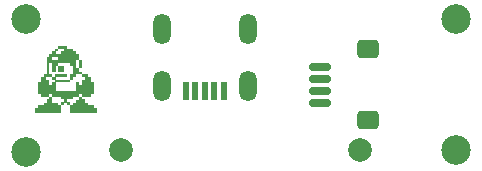
<source format=gbr>
%TF.GenerationSoftware,KiCad,Pcbnew,(5.99.0-12253-gc8b2e69332)*%
%TF.CreationDate,2021-11-11T06:41:10-05:00*%
%TF.ProjectId,980Daughterboard-USB-Mini,39383044-6175-4676-9874-6572626f6172,rev?*%
%TF.SameCoordinates,Original*%
%TF.FileFunction,Soldermask,Bot*%
%TF.FilePolarity,Negative*%
%FSLAX46Y46*%
G04 Gerber Fmt 4.6, Leading zero omitted, Abs format (unit mm)*
G04 Created by KiCad (PCBNEW (5.99.0-12253-gc8b2e69332)) date 2021-11-11 06:41:10*
%MOMM*%
%LPD*%
G01*
G04 APERTURE LIST*
G04 Aperture macros list*
%AMRoundRect*
0 Rectangle with rounded corners*
0 $1 Rounding radius*
0 $2 $3 $4 $5 $6 $7 $8 $9 X,Y pos of 4 corners*
0 Add a 4 corners polygon primitive as box body*
4,1,4,$2,$3,$4,$5,$6,$7,$8,$9,$2,$3,0*
0 Add four circle primitives for the rounded corners*
1,1,$1+$1,$2,$3*
1,1,$1+$1,$4,$5*
1,1,$1+$1,$6,$7*
1,1,$1+$1,$8,$9*
0 Add four rect primitives between the rounded corners*
20,1,$1+$1,$2,$3,$4,$5,0*
20,1,$1+$1,$4,$5,$6,$7,0*
20,1,$1+$1,$6,$7,$8,$9,0*
20,1,$1+$1,$8,$9,$2,$3,0*%
G04 Aperture macros list end*
%ADD10C,2.000000*%
%ADD11C,2.500000*%
%ADD12R,0.500000X1.500000*%
%ADD13O,1.500000X2.600000*%
%ADD14RoundRect,0.150000X-0.775000X0.150000X-0.775000X-0.150000X0.775000X-0.150000X0.775000X0.150000X0*%
%ADD15RoundRect,0.332800X-0.567200X0.467200X-0.567200X-0.467200X0.567200X-0.467200X0.567200X0.467200X0*%
G04 APERTURE END LIST*
G36*
X111131269Y-6389082D02*
G01*
X111131269Y-7100795D01*
X110886253Y-7100795D01*
X110886253Y-7369146D01*
X111131269Y-7369146D01*
X111131269Y-7567492D01*
X110629569Y-7567492D01*
X110629569Y-7824176D01*
X110372886Y-7824176D01*
X110372886Y-8080860D01*
X110127870Y-8080860D01*
X110127870Y-8279206D01*
X108879454Y-8279206D01*
X108879454Y-9025922D01*
X110617902Y-9025922D01*
X110617902Y-8279206D01*
X110886253Y-8279206D01*
X110886253Y-8535889D01*
X111131269Y-8535889D01*
X111131269Y-8080860D01*
X111376285Y-8080860D01*
X111376285Y-7824176D01*
X111131269Y-7824176D01*
X111131269Y-7567492D01*
X111621301Y-7567492D01*
X111621301Y-7824176D01*
X111877985Y-7824176D01*
X111877985Y-8279206D01*
X112134668Y-8279206D01*
X112134668Y-9259270D01*
X111877985Y-9259270D01*
X111877985Y-9480951D01*
X111131269Y-9480951D01*
X111131269Y-9725967D01*
X111375521Y-9725967D01*
X111382119Y-9988485D01*
X111621301Y-9995135D01*
X111621301Y-10192665D01*
X112134668Y-10192665D01*
X112134668Y-10449348D01*
X112379684Y-10449348D01*
X112379684Y-10892711D01*
X110127870Y-10892711D01*
X110127870Y-10192665D01*
X109882854Y-10192665D01*
X109882854Y-9994318D01*
X109614503Y-9994318D01*
X109614503Y-10192665D01*
X109369487Y-10192665D01*
X109369487Y-10892711D01*
X107117672Y-10892711D01*
X107117672Y-10449348D01*
X107362688Y-10449348D01*
X107362688Y-10192665D01*
X107864388Y-10192665D01*
X107864388Y-9994318D01*
X108121071Y-9994318D01*
X108121071Y-9725967D01*
X108366087Y-9725967D01*
X108366087Y-9480951D01*
X108622771Y-9480951D01*
X108622771Y-9994318D01*
X109124471Y-9994318D01*
X109124471Y-10192665D01*
X109369487Y-10192665D01*
X109369487Y-9982651D01*
X109614503Y-9982651D01*
X109614503Y-9725967D01*
X109882854Y-9725967D01*
X109882854Y-9982651D01*
X110127870Y-9982651D01*
X110127870Y-10192665D01*
X110372886Y-10192665D01*
X110372886Y-9994318D01*
X110629569Y-9994318D01*
X110629569Y-9737635D01*
X110874585Y-9737635D01*
X110874585Y-9480951D01*
X110886253Y-9480951D01*
X111131269Y-9480951D01*
X111131269Y-9259270D01*
X110886253Y-9259270D01*
X110886253Y-9480951D01*
X110874585Y-9480951D01*
X110372886Y-9480951D01*
X110372886Y-9725967D01*
X109882854Y-9725967D01*
X109614503Y-9725967D01*
X109369487Y-9725967D01*
X109369487Y-9480951D01*
X108622771Y-9480951D01*
X108622771Y-9259270D01*
X108366087Y-9259270D01*
X108366087Y-9480951D01*
X107619372Y-9480951D01*
X107619372Y-9259270D01*
X107362688Y-9259270D01*
X107362688Y-8279206D01*
X107619372Y-8279206D01*
X107619372Y-7824176D01*
X107864388Y-7824176D01*
X108109404Y-7824176D01*
X108109404Y-8080860D01*
X108366087Y-8080860D01*
X108366087Y-8535889D01*
X108622771Y-8535889D01*
X108622771Y-8279206D01*
X108867787Y-8279206D01*
X108867787Y-8080860D01*
X108622771Y-8080860D01*
X108622771Y-7824176D01*
X108109404Y-7824176D01*
X107864388Y-7824176D01*
X107864388Y-7567492D01*
X108121071Y-7567492D01*
X108121071Y-6622430D01*
X108366087Y-6622430D01*
X108366087Y-7567492D01*
X108622771Y-7567492D01*
X108622771Y-7824176D01*
X108867787Y-7824176D01*
X108867787Y-7567245D01*
X109372403Y-7570285D01*
X109877020Y-7573326D01*
X109880331Y-7698751D01*
X109883643Y-7824176D01*
X108879454Y-7824176D01*
X108879454Y-8080860D01*
X110127870Y-8080860D01*
X110127870Y-7567492D01*
X110372886Y-7567492D01*
X110372886Y-6855779D01*
X110127870Y-6855779D01*
X110127870Y-6622430D01*
X109112803Y-6622430D01*
X109112803Y-6855779D01*
X108879454Y-6855779D01*
X108879454Y-7369146D01*
X108622771Y-7369146D01*
X108622771Y-6622430D01*
X108366087Y-6622430D01*
X108121071Y-6622430D01*
X108121071Y-6400749D01*
X110617902Y-6400749D01*
X110617902Y-7100795D01*
X110874585Y-7100795D01*
X110874585Y-6400749D01*
X110617902Y-6400749D01*
X108121071Y-6400749D01*
X108121071Y-6389082D01*
X108622771Y-6389082D01*
X109112803Y-6389082D01*
X109112803Y-6167401D01*
X108622771Y-6167401D01*
X108622771Y-6389082D01*
X108121071Y-6389082D01*
X108121071Y-6167401D01*
X108366087Y-6167401D01*
X108366087Y-5910717D01*
X108622771Y-5910717D01*
X108622771Y-5665701D01*
X108879454Y-5665701D01*
X108879454Y-5910717D01*
X109369487Y-5910717D01*
X109369487Y-5654034D01*
X109614503Y-5654034D01*
X109614503Y-5455687D01*
X109124471Y-5455687D01*
X109124471Y-5665701D01*
X108879454Y-5665701D01*
X108622771Y-5665701D01*
X108622771Y-5654034D01*
X108867787Y-5654034D01*
X108867787Y-5455687D01*
X109124471Y-5455687D01*
X109124471Y-5199004D01*
X109882854Y-5199004D01*
X109882854Y-5455687D01*
X110372886Y-5455687D01*
X110372886Y-5654034D01*
X110617902Y-5654034D01*
X110617902Y-5910717D01*
X110886253Y-5910717D01*
X110886253Y-6389082D01*
X111131269Y-6389082D01*
G37*
G36*
X109614503Y-7369146D02*
G01*
X109112803Y-7369146D01*
X109112803Y-6855779D01*
X109614503Y-6855779D01*
X109614503Y-7369146D01*
G37*
D10*
X134700000Y-14015479D03*
D11*
X106400000Y-2905479D03*
X142750000Y-2905479D03*
X106400000Y-14190000D03*
D10*
X114450000Y-14015479D03*
D11*
X142750000Y-14015479D03*
D12*
X119925000Y-9007500D03*
X120725000Y-9007500D03*
X121525000Y-9007500D03*
X122325000Y-9007500D03*
X123125000Y-9007500D03*
D13*
X125175000Y-8557500D03*
X117875000Y-8557500D03*
X125175000Y-3757500D03*
X117875000Y-3757500D03*
D14*
X131285000Y-6995000D03*
X131285000Y-7995000D03*
X131285000Y-8995000D03*
X131285000Y-9995000D03*
D15*
X135310000Y-5495000D03*
X135310000Y-11495000D03*
M02*

</source>
